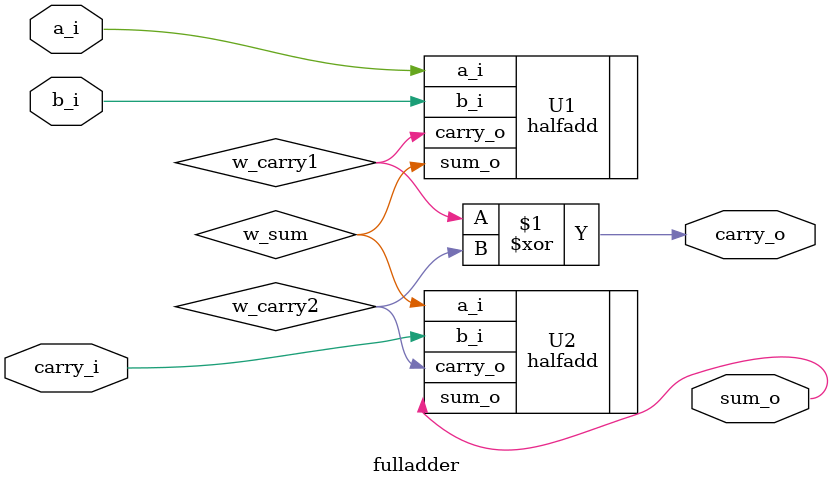
<source format=v>
/*
ESTE EXEMPLO DESCREVE UM FULL-SOMADOR
*/

// MODULO + NOME + PORTLIST
module fulladder (
    a_i,
    b_i,
    carry_i,
    sum_o,
    carry_o
);

// DECLARAÇÃO DAS PORTAS - INPUT E OUTPUT
input wire a_i, b_i, carry_i;
output wire sum_o, carry_o;

wire w_sum, w_carry1, w_carry2;

halfadd U1 (
    .a_i(a_i),
    .b_i(b_i),
    .sum_o(w_sum),
    .carry_o(w_carry1)
);

halfadd U2 (
    .a_i(w_sum),
    .b_i(carry_i),
    .sum_o(sum_o),
    .carry_o(w_carry2)
);

assign carry_o = w_carry1 ^ w_carry2;

endmodule

</source>
